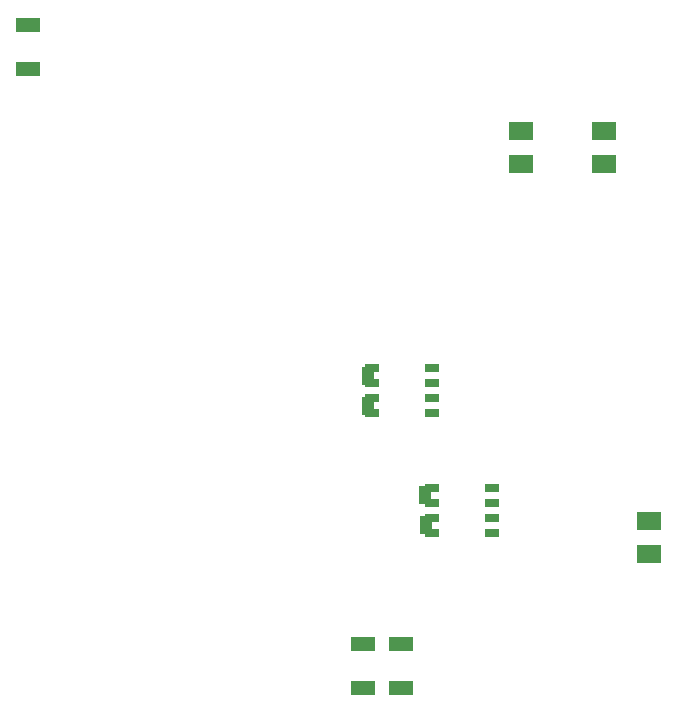
<source format=gbr>
%FSLAX34Y34*%
%MOMM*%
%LNSMDMASK_BOTTOM*%
G71*
G01*
%ADD10R, 1.27X0.65*%
%ADD11R, 1.00X1.60*%
%ADD12R, 2.00X1.30*%
%ADD13R, 2.00X1.60*%
%LPD*%
X523925Y-675389D02*
G54D10*
D03*
X523925Y-662689D02*
G54D10*
D03*
X523925Y-649989D02*
G54D10*
D03*
X523925Y-637289D02*
G54D10*
D03*
X473125Y-637289D02*
G54D10*
D03*
X473125Y-649989D02*
G54D10*
D03*
X473125Y-662689D02*
G54D10*
D03*
X473125Y-675389D02*
G54D10*
D03*
X468399Y-668404D02*
G54D11*
D03*
X467493Y-643004D02*
G54D11*
D03*
X473125Y-573789D02*
G54D10*
D03*
X473125Y-561089D02*
G54D10*
D03*
X473125Y-548389D02*
G54D10*
D03*
X473125Y-535689D02*
G54D10*
D03*
X422325Y-535689D02*
G54D10*
D03*
X422325Y-548389D02*
G54D10*
D03*
X422325Y-561089D02*
G54D10*
D03*
X422325Y-573789D02*
G54D10*
D03*
X418956Y-541856D02*
G54D11*
D03*
X131311Y-282179D02*
G54D12*
D03*
X131211Y-244579D02*
G54D12*
D03*
X415262Y-806604D02*
G54D12*
D03*
X415162Y-769004D02*
G54D12*
D03*
X447012Y-806604D02*
G54D12*
D03*
X446911Y-769004D02*
G54D12*
D03*
X656866Y-692696D02*
G54D13*
D03*
X656866Y-664696D02*
G54D13*
D03*
X618766Y-362496D02*
G54D13*
D03*
X618766Y-334496D02*
G54D13*
D03*
X548916Y-362496D02*
G54D13*
D03*
X548916Y-334496D02*
G54D13*
D03*
X418956Y-567256D02*
G54D11*
D03*
M02*

</source>
